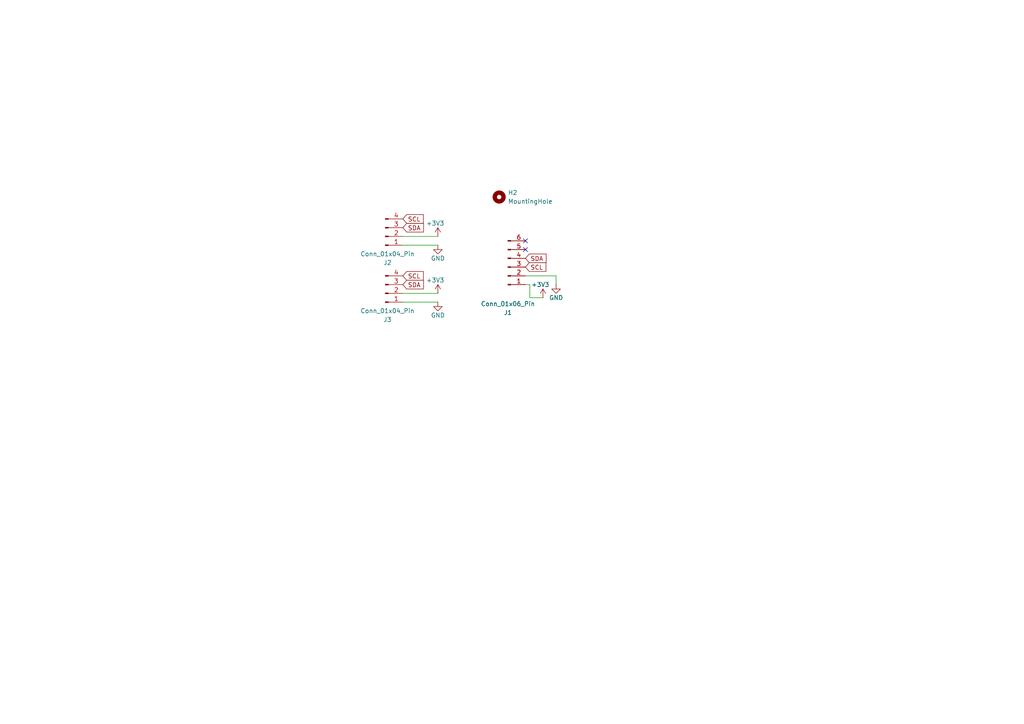
<source format=kicad_sch>
(kicad_sch (version 20250114) (generator "eeschema") (generator_version "9.0")
  (paper "A4")
  (lib_symbols
    (symbol "Connector:Conn_01x04_Pin" (pin_names (offset 1.016) (hide yes))
      (property "Reference" "J" (at 0 5.08 0))
      (property "Value" "Conn_01x04_Pin" (at 0 -7.62 0))
      (symbol "Conn_01x04_Pin_1_1"
        (rectangle (start 0.8636 2.667) (end 0 2.413) (stroke (width 0.1524)) (fill (type outline)))
        (rectangle (start 0.8636 0.127) (end 0 -0.127) (stroke (width 0.1524)) (fill (type outline)))
        (rectangle (start 0.8636 -2.413) (end 0 -2.667) (stroke (width 0.1524)) (fill (type outline)))
        (rectangle (start 0.8636 -4.953) (end 0 -5.207) (stroke (width 0.1524)) (fill (type outline)))
        (polyline (pts (xy 1.27 2.54) (xy 0.8636 2.54)) (stroke (width 0.1524)))
        (polyline (pts (xy 1.27 0) (xy 0.8636 0)) (stroke (width 0.1524)))
        (polyline (pts (xy 1.27 -2.54) (xy 0.8636 -2.54)) (stroke (width 0.1524)))
        (polyline (pts (xy 1.27 -5.08) (xy 0.8636 -5.08)) (stroke (width 0.1524)))
        (pin passive line (at 5.08 2.54 180) (length 3.81) (name "Pin_1") (number "1"))
        (pin passive line (at 5.08 0 180) (length 3.81) (name "Pin_2") (number "2"))
        (pin passive line (at 5.08 -2.54 180) (length 3.81) (name "Pin_3") (number "3"))
        (pin passive line (at 5.08 -5.08 180) (length 3.81) (name "Pin_4") (number "4"))
      )
    )
    (symbol "Connector:Conn_01x06_Pin" (pin_names (offset 1.016) (hide yes))
      (property "Reference" "J" (at 0 7.62 0))
      (property "Value" "Conn_01x06_Pin" (at 0 -10.16 0))
      (symbol "Conn_01x06_Pin_1_1"
        (rectangle (start 0.8636 5.207) (end 0 4.953) (stroke (width 0.1524)) (fill (type outline)))
        (rectangle (start 0.8636 2.667) (end 0 2.413) (stroke (width 0.1524)) (fill (type outline)))
        (rectangle (start 0.8636 0.127) (end 0 -0.127) (stroke (width 0.1524)) (fill (type outline)))
        (rectangle (start 0.8636 -2.413) (end 0 -2.667) (stroke (width 0.1524)) (fill (type outline)))
        (rectangle (start 0.8636 -4.953) (end 0 -5.207) (stroke (width 0.1524)) (fill (type outline)))
        (rectangle (start 0.8636 -7.493) (end 0 -7.747) (stroke (width 0.1524)) (fill (type outline)))
        (polyline (pts (xy 1.27 5.08) (xy 0.8636 5.08)) (stroke (width 0.1524)))
        (polyline (pts (xy 1.27 2.54) (xy 0.8636 2.54)) (stroke (width 0.1524)))
        (polyline (pts (xy 1.27 0) (xy 0.8636 0)) (stroke (width 0.1524)))
        (polyline (pts (xy 1.27 -2.54) (xy 0.8636 -2.54)) (stroke (width 0.1524)))
        (polyline (pts (xy 1.27 -5.08) (xy 0.8636 -5.08)) (stroke (width 0.1524)))
        (polyline (pts (xy 1.27 -7.62) (xy 0.8636 -7.62)) (stroke (width 0.1524)))
        (pin passive line (at 5.08 5.08 180) (length 3.81) (name "Pin_1") (number "1"))
        (pin passive line (at 5.08 2.54 180) (length 3.81) (name "Pin_2") (number "2"))
        (pin passive line (at 5.08 0 180) (length 3.81) (name "Pin_3") (number "3"))
        (pin passive line (at 5.08 -2.54 180) (length 3.81) (name "Pin_4") (number "4"))
        (pin passive line (at 5.08 -5.08 180) (length 3.81) (name "Pin_5") (number "5"))
        (pin passive line (at 5.08 -7.62 180) (length 3.81) (name "Pin_6") (number "6"))
      )
    )
    (symbol "Mechanical:MountingHole" (pin_names (offset 1.016)) (in_bom no)
      (property "Reference" "H" (at 0 5.08 0))
      (property "Value" "MountingHole" (at 0 3.175 0))
      (symbol "MountingHole_0_1"
        (circle (center 0 0) (radius 1.27) (stroke (width 1.27)))
      )
    )
    (symbol "power:+3V3" (power) (pin_numbers (hide yes)) (pin_names (offset 0) (hide yes))
      (property "Value" "+3V3" (at 0 3.556 0))
      (symbol "+3V3_0_1"
        (polyline (pts (xy -0.762 1.27) (xy 0 2.54)))
        (polyline (pts (xy 0 2.54) (xy 0.762 1.27)))
        (polyline (pts (xy 0 0) (xy 0 2.54)))
      )
      (symbol "+3V3_1_1"
        (pin power_in line (at 0 0 90) (length 0) (name "~") (number "1"))
      )
    )
    (symbol "power:GND" (power) (pin_numbers (hide yes)) (pin_names (offset 0) (hide yes))
      (property "Value" "GND" (at 0 -3.81 0))
      (symbol "GND_0_1"
        (polyline (pts (xy 0 0) (xy 0 -1.27) (xy 1.27 -1.27) (xy 0 -2.54) (xy -1.27 -1.27) (xy 0 -1.27)))
      )
      (symbol "GND_1_1"
        (pin power_in line (at 0 0 270) (length 0) (name "~") (number "1"))
      )
    )
  )
  (no_connect (at 152.4 72.39))
  (no_connect (at 152.4 69.85))
  (wire (pts (xy 116.84 71.12) (xy 127 71.12)))
  (wire (pts (xy 153.67 86.36) (xy 157.48 86.36)))
  (wire (pts (xy 153.67 82.55) (xy 152.4 82.55)))
  (wire (pts (xy 116.84 85.09) (xy 127 85.09)))
  (wire (pts (xy 116.84 68.58) (xy 127 68.58)))
  (wire (pts (xy 116.84 87.63) (xy 127 87.63)))
  (wire (pts (xy 153.67 86.36) (xy 153.67 82.55)))
  (wire (pts (xy 152.4 80.01) (xy 161.29 80.01)))
  (wire (pts (xy 161.29 80.01) (xy 161.29 82.55)))
  (global_label "SCL" (shape input) (at 152.4 77.47 0) (property "Intersheetrefs" "${INTERSHEET_REFS}" (effects (hide yes))))
  (global_label "SDA" (shape input) (at 116.84 82.55 0) (property "Intersheetrefs" "${INTERSHEET_REFS}" (effects (hide yes))))
  (global_label "SDA" (shape input) (at 152.4 74.93 0) (property "Intersheetrefs" "${INTERSHEET_REFS}" (effects (hide yes))))
  (global_label "SCL" (shape input) (at 116.84 63.5 0) (property "Intersheetrefs" "${INTERSHEET_REFS}" (effects (hide yes))))
  (global_label "SCL" (shape input) (at 116.84 80.01 0) (property "Intersheetrefs" "${INTERSHEET_REFS}" (effects (hide yes))))
  (global_label "SDA" (shape input) (at 116.84 66.04 0) (property "Intersheetrefs" "${INTERSHEET_REFS}" (effects (hide yes))))
  (symbol (lib_id "power:GND") (at 127 71.12 0) (unit 1)
    (property "Reference" "#PWR04" (effects (hide yes)))
    (property "Value" "GND" (at 127 74.93 0))
    (property "Description" "Power symbol creates a global label with name \"GND\" , ground" (effects (hide yes)))
  )
  (symbol (lib_id "Connector:Conn_01x04_Pin") (at 111.76 68.58 0) (mirror x) (unit 1)
    (property "Reference" "J2" (at 112.395 76.2 0))
    (property "Value" "Conn_01x04_Pin" (at 112.395 73.66 0))
    (property "Footprint" "Connector_JST:JST_SH_SM04B-SRSS-TB_1x04-1MP_P1.00mm_Horizontal" (effects (hide yes)))
    (property "Description" "Generic connector, single row, 01x04, script generated" (effects (hide yes)))
  )
  (symbol (lib_id "power:+3V3") (at 127 68.58 0) (unit 1)
    (property "Reference" "#PWR03" (effects (hide yes)))
    (property "Value" "+3V3" (at 126.238 64.77 0))
    (property "Description" "Power symbol creates a global label with name \"+3V3\"" (effects (hide yes)))
  )
  (symbol (lib_id "Connector:Conn_01x04_Pin") (at 111.76 85.09 0) (mirror x) (unit 1)
    (property "Reference" "J3" (at 112.395 92.71 0))
    (property "Value" "Conn_01x04_Pin" (at 112.395 90.17 0))
    (property "Footprint" "Connector_JST:JST_SH_SM04B-SRSS-TB_1x04-1MP_P1.00mm_Horizontal" (effects (hide yes)))
    (property "Description" "Generic connector, single row, 01x04, script generated" (effects (hide yes)))
  )
  (symbol (lib_id "power:+3V3") (at 127 85.09 0) (unit 1)
    (property "Reference" "#PWR01" (effects (hide yes)))
    (property "Value" "+3V3" (at 126.238 81.28 0))
    (property "Description" "Power symbol creates a global label with name \"+3V3\"" (effects (hide yes)))
  )
  (symbol (lib_id "power:GND") (at 161.29 82.55 0) (unit 1)
    (property "Reference" "#PWR06" (effects (hide yes)))
    (property "Value" "GND" (at 161.29 86.36 0))
    (property "Description" "Power symbol creates a global label with name \"GND\" , ground" (effects (hide yes)))
  )
  (symbol (lib_id "power:GND") (at 127 87.63 0) (unit 1)
    (property "Reference" "#PWR02" (effects (hide yes)))
    (property "Value" "GND" (at 127 91.44 0))
    (property "Description" "Power symbol creates a global label with name \"GND\" , ground" (effects (hide yes)))
  )
  (symbol (lib_id "power:+3V3") (at 157.48 86.36 0) (unit 1)
    (property "Reference" "#PWR05" (effects (hide yes)))
    (property "Value" "+3V3" (at 156.718 82.55 0))
    (property "Description" "Power symbol creates a global label with name \"+3V3\"" (effects (hide yes)))
  )
  (symbol (lib_id "Connector:Conn_01x06_Pin") (at 147.32 77.47 0) (mirror x) (unit 1)
    (property "Reference" "J1" (at 147.32 90.678 0))
    (property "Value" "Conn_01x06_Pin" (at 147.32 88.138 0))
    (property "Footprint" "Connector_PinHeader_2.54mm:PinHeader_1x06_P2.54mm_Horizontal" (effects (hide yes)))
    (property "Description" "Generic connector, single row, 01x06, script generated" (effects (hide yes)))
  )
  (symbol (lib_id "Mechanical:MountingHole") (at 144.78 57.15 0) (unit 1) (in_bom no)
    (property "Reference" "H2" (at 147.32 55.8799 0) (effects (justify left)))
    (property "Value" "MountingHole" (at 147.32 58.4199 0) (effects (justify left)))
    (property "Footprint" "MountingHole:MountingHole_3.2mm_M3" (effects (hide yes)))
    (property "Description" "Mounting Hole without connection" (effects (hide yes)))
  )
)
</source>
